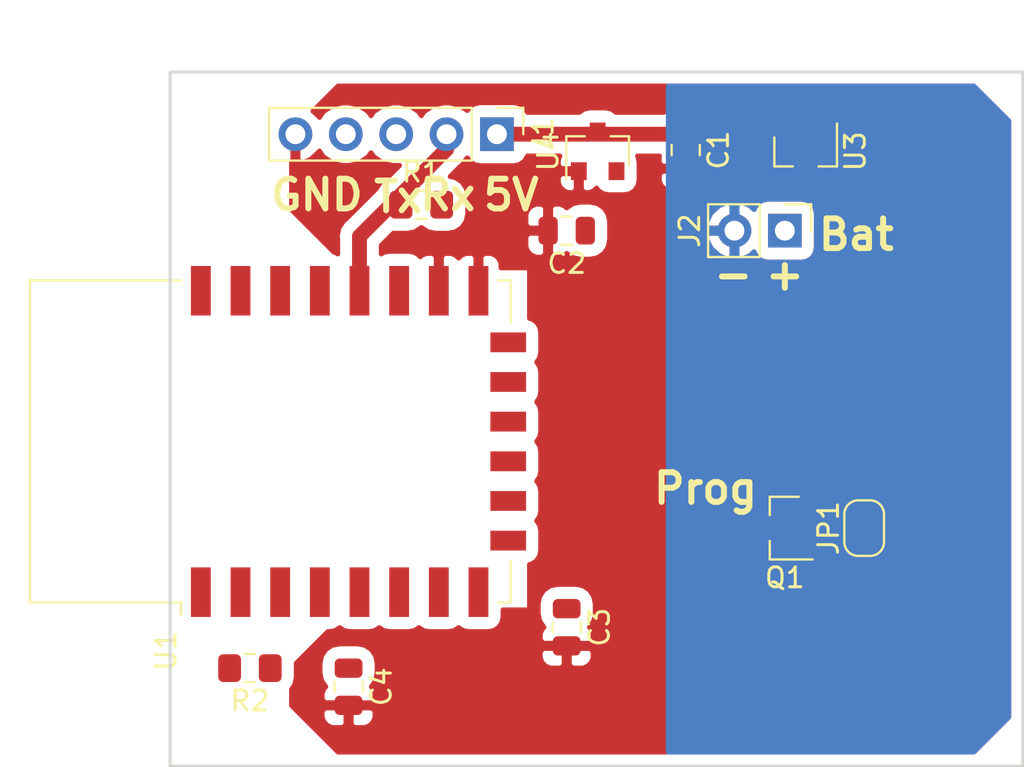
<source format=kicad_pcb>
(kicad_pcb (version 20171130) (host pcbnew 5.0.0-fee4fd1~66~ubuntu16.04.1)

  (general
    (thickness 1.6)
    (drawings 12)
    (tracks 6)
    (zones 0)
    (modules 13)
    (nets 26)
  )

  (page A4)
  (layers
    (0 F.Cu signal)
    (31 B.Cu signal)
    (32 B.Adhes user)
    (33 F.Adhes user)
    (34 B.Paste user)
    (35 F.Paste user)
    (36 B.SilkS user)
    (37 F.SilkS user)
    (38 B.Mask user)
    (39 F.Mask user)
    (40 Dwgs.User user)
    (41 Cmts.User user)
    (42 Eco1.User user)
    (43 Eco2.User user)
    (44 Edge.Cuts user)
    (45 Margin user)
    (46 B.CrtYd user)
    (47 F.CrtYd user)
    (48 B.Fab user)
    (49 F.Fab user)
  )

  (setup
    (last_trace_width 0.75)
    (trace_clearance 0.6)
    (zone_clearance 0.508)
    (zone_45_only no)
    (trace_min 0.2)
    (segment_width 0.2)
    (edge_width 0.15)
    (via_size 1)
    (via_drill 0.6)
    (via_min_size 0.4)
    (via_min_drill 0.3)
    (uvia_size 0.3)
    (uvia_drill 0.1)
    (uvias_allowed no)
    (uvia_min_size 0.2)
    (uvia_min_drill 0.1)
    (pcb_text_width 0.3)
    (pcb_text_size 1.5 1.5)
    (mod_edge_width 0.15)
    (mod_text_size 1 1)
    (mod_text_width 0.15)
    (pad_size 1.524 1.524)
    (pad_drill 0.762)
    (pad_to_mask_clearance 0.2)
    (aux_axis_origin 0 0)
    (visible_elements 7FFFFFFF)
    (pcbplotparams
      (layerselection 0x010fc_ffffffff)
      (usegerberextensions false)
      (usegerberattributes false)
      (usegerberadvancedattributes false)
      (creategerberjobfile false)
      (excludeedgelayer true)
      (linewidth 0.100000)
      (plotframeref false)
      (viasonmask false)
      (mode 1)
      (useauxorigin false)
      (hpglpennumber 1)
      (hpglpenspeed 20)
      (hpglpendiameter 15.000000)
      (psnegative false)
      (psa4output false)
      (plotreference true)
      (plotvalue true)
      (plotinvisibletext false)
      (padsonsilk false)
      (subtractmaskfromsilk false)
      (outputformat 1)
      (mirror false)
      (drillshape 1)
      (scaleselection 1)
      (outputdirectory ""))
  )

  (net 0 "")
  (net 1 "Net-(U1-Pad2)")
  (net 2 "Net-(U1-Pad4)")
  (net 3 "Net-(U1-Pad5)")
  (net 4 "Net-(U1-Pad6)")
  (net 5 "Net-(U1-Pad11)")
  (net 6 "Net-(U1-Pad13)")
  (net 7 "Net-(U1-Pad14)")
  (net 8 "Net-(U1-Pad19)")
  (net 9 "Net-(U1-Pad20)")
  (net 10 "Net-(J1-Pad2)")
  (net 11 "Net-(J1-Pad3)")
  (net 12 /5V)
  (net 13 GND)
  (net 14 /3V3)
  (net 15 "Net-(R2-Pad1)")
  (net 16 /5V_S)
  (net 17 "Net-(Q1-Pad3)")
  (net 18 /BAT)
  (net 19 "Net-(U1-Pad12)")
  (net 20 "Net-(U1-Pad10)")
  (net 21 "Net-(U1-Pad9)")
  (net 22 "Net-(U1-Pad7)")
  (net 23 "Net-(U1-Pad3)")
  (net 24 "Net-(U1-Pad1)")
  (net 25 "Net-(J1-Pad4)")

  (net_class Default "This is the default net class."
    (clearance 0.6)
    (trace_width 0.75)
    (via_dia 1)
    (via_drill 0.6)
    (uvia_dia 0.3)
    (uvia_drill 0.1)
    (add_net /3V3)
    (add_net /5V)
    (add_net /5V_S)
    (add_net /BAT)
    (add_net GND)
    (add_net "Net-(J1-Pad2)")
    (add_net "Net-(J1-Pad3)")
    (add_net "Net-(J1-Pad4)")
    (add_net "Net-(Q1-Pad3)")
    (add_net "Net-(R2-Pad1)")
    (add_net "Net-(U1-Pad1)")
    (add_net "Net-(U1-Pad10)")
    (add_net "Net-(U1-Pad11)")
    (add_net "Net-(U1-Pad12)")
    (add_net "Net-(U1-Pad13)")
    (add_net "Net-(U1-Pad14)")
    (add_net "Net-(U1-Pad19)")
    (add_net "Net-(U1-Pad2)")
    (add_net "Net-(U1-Pad20)")
    (add_net "Net-(U1-Pad3)")
    (add_net "Net-(U1-Pad4)")
    (add_net "Net-(U1-Pad5)")
    (add_net "Net-(U1-Pad6)")
    (add_net "Net-(U1-Pad7)")
    (add_net "Net-(U1-Pad9)")
  )

  (module Connector_PinHeader_2.54mm:PinHeader_1x05_P2.54mm_Vertical (layer F.Cu) (tedit 59FED5CC) (tstamp 5BA65D99)
    (at 157.48 72.136 270)
    (descr "Through hole straight pin header, 1x05, 2.54mm pitch, single row")
    (tags "Through hole pin header THT 1x05 2.54mm single row")
    (path /5B99B4CA)
    (fp_text reference J1 (at 0 -2.33 270) (layer F.SilkS)
      (effects (font (size 1 1) (thickness 0.15)))
    )
    (fp_text value Conn_01x05_Male (at 0 12.49 270) (layer F.Fab)
      (effects (font (size 1 1) (thickness 0.15)))
    )
    (fp_line (start -0.635 -1.27) (end 1.27 -1.27) (layer F.Fab) (width 0.1))
    (fp_line (start 1.27 -1.27) (end 1.27 11.43) (layer F.Fab) (width 0.1))
    (fp_line (start 1.27 11.43) (end -1.27 11.43) (layer F.Fab) (width 0.1))
    (fp_line (start -1.27 11.43) (end -1.27 -0.635) (layer F.Fab) (width 0.1))
    (fp_line (start -1.27 -0.635) (end -0.635 -1.27) (layer F.Fab) (width 0.1))
    (fp_line (start -1.33 11.49) (end 1.33 11.49) (layer F.SilkS) (width 0.12))
    (fp_line (start -1.33 1.27) (end -1.33 11.49) (layer F.SilkS) (width 0.12))
    (fp_line (start 1.33 1.27) (end 1.33 11.49) (layer F.SilkS) (width 0.12))
    (fp_line (start -1.33 1.27) (end 1.33 1.27) (layer F.SilkS) (width 0.12))
    (fp_line (start -1.33 0) (end -1.33 -1.33) (layer F.SilkS) (width 0.12))
    (fp_line (start -1.33 -1.33) (end 0 -1.33) (layer F.SilkS) (width 0.12))
    (fp_line (start -1.8 -1.8) (end -1.8 11.95) (layer F.CrtYd) (width 0.05))
    (fp_line (start -1.8 11.95) (end 1.8 11.95) (layer F.CrtYd) (width 0.05))
    (fp_line (start 1.8 11.95) (end 1.8 -1.8) (layer F.CrtYd) (width 0.05))
    (fp_line (start 1.8 -1.8) (end -1.8 -1.8) (layer F.CrtYd) (width 0.05))
    (fp_text user %R (at 0 5.08) (layer F.Fab)
      (effects (font (size 1 1) (thickness 0.15)))
    )
    (pad 1 thru_hole rect (at 0 0 270) (size 1.7 1.7) (drill 1) (layers *.Cu *.Mask)
      (net 12 /5V))
    (pad 2 thru_hole oval (at 0 2.54 270) (size 1.7 1.7) (drill 1) (layers *.Cu *.Mask)
      (net 10 "Net-(J1-Pad2)"))
    (pad 3 thru_hole oval (at 0 5.08 270) (size 1.7 1.7) (drill 1) (layers *.Cu *.Mask)
      (net 11 "Net-(J1-Pad3)"))
    (pad 4 thru_hole oval (at 0 7.62 270) (size 1.7 1.7) (drill 1) (layers *.Cu *.Mask)
      (net 25 "Net-(J1-Pad4)"))
    (pad 5 thru_hole oval (at 0 10.16 270) (size 1.7 1.7) (drill 1) (layers *.Cu *.Mask)
      (net 13 GND))
    (model ${KISYS3DMOD}/Connector_PinHeader_2.54mm.3dshapes/PinHeader_1x05_P2.54mm_Vertical.wrl
      (at (xyz 0 0 0))
      (scale (xyz 1 1 1))
      (rotate (xyz 0 0 0))
    )
  )

  (module Capacitor_SMD:C_0805_2012Metric (layer F.Cu) (tedit 5B36C52B) (tstamp 5BC9EC72)
    (at 150 100 270)
    (descr "Capacitor SMD 0805 (2012 Metric), square (rectangular) end terminal, IPC_7351 nominal, (Body size source: https://docs.google.com/spreadsheets/d/1BsfQQcO9C6DZCsRaXUlFlo91Tg2WpOkGARC1WS5S8t0/edit?usp=sharing), generated with kicad-footprint-generator")
    (tags capacitor)
    (path /5B955D36)
    (attr smd)
    (fp_text reference C4 (at 0 -1.65 270) (layer F.SilkS)
      (effects (font (size 1 1) (thickness 0.15)))
    )
    (fp_text value CAP (at 0 1.65 270) (layer F.Fab)
      (effects (font (size 1 1) (thickness 0.15)))
    )
    (fp_text user %R (at 0 0 270) (layer F.Fab)
      (effects (font (size 0.5 0.5) (thickness 0.08)))
    )
    (fp_line (start 1.68 0.95) (end -1.68 0.95) (layer F.CrtYd) (width 0.05))
    (fp_line (start 1.68 -0.95) (end 1.68 0.95) (layer F.CrtYd) (width 0.05))
    (fp_line (start -1.68 -0.95) (end 1.68 -0.95) (layer F.CrtYd) (width 0.05))
    (fp_line (start -1.68 0.95) (end -1.68 -0.95) (layer F.CrtYd) (width 0.05))
    (fp_line (start -0.258578 0.71) (end 0.258578 0.71) (layer F.SilkS) (width 0.12))
    (fp_line (start -0.258578 -0.71) (end 0.258578 -0.71) (layer F.SilkS) (width 0.12))
    (fp_line (start 1 0.6) (end -1 0.6) (layer F.Fab) (width 0.1))
    (fp_line (start 1 -0.6) (end 1 0.6) (layer F.Fab) (width 0.1))
    (fp_line (start -1 -0.6) (end 1 -0.6) (layer F.Fab) (width 0.1))
    (fp_line (start -1 0.6) (end -1 -0.6) (layer F.Fab) (width 0.1))
    (pad 2 smd roundrect (at 0.9375 0 270) (size 0.975 1.4) (layers F.Cu F.Paste F.Mask) (roundrect_rratio 0.25)
      (net 13 GND))
    (pad 1 smd roundrect (at -0.9375 0 270) (size 0.975 1.4) (layers F.Cu F.Paste F.Mask) (roundrect_rratio 0.25)
      (net 14 /3V3))
    (model ${KISYS3DMOD}/Capacitor_SMD.3dshapes/C_0805_2012Metric.wrl
      (at (xyz 0 0 0))
      (scale (xyz 1 1 1))
      (rotate (xyz 0 0 0))
    )
  )

  (module Jumper:SolderJumper-2_P1.3mm_Open_RoundedPad1.0x1.5mm (layer F.Cu) (tedit 5B391E66) (tstamp 5BC9E0F2)
    (at 176 92 90)
    (descr "SMD Solder Jumper, 1x1.5mm, rounded Pads, 0.3mm gap, open")
    (tags "solder jumper open")
    (path /5B955656)
    (attr virtual)
    (fp_text reference JP1 (at 0 -1.8 90) (layer F.SilkS)
      (effects (font (size 1 1) (thickness 0.15)))
    )
    (fp_text value Jumper (at 0 1.9 90) (layer F.Fab)
      (effects (font (size 1 1) (thickness 0.15)))
    )
    (fp_line (start 1.65 1.25) (end -1.65 1.25) (layer F.CrtYd) (width 0.05))
    (fp_line (start 1.65 1.25) (end 1.65 -1.25) (layer F.CrtYd) (width 0.05))
    (fp_line (start -1.65 -1.25) (end -1.65 1.25) (layer F.CrtYd) (width 0.05))
    (fp_line (start -1.65 -1.25) (end 1.65 -1.25) (layer F.CrtYd) (width 0.05))
    (fp_line (start -0.7 -1) (end 0.7 -1) (layer F.SilkS) (width 0.12))
    (fp_line (start 1.4 -0.3) (end 1.4 0.3) (layer F.SilkS) (width 0.12))
    (fp_line (start 0.7 1) (end -0.7 1) (layer F.SilkS) (width 0.12))
    (fp_line (start -1.4 0.3) (end -1.4 -0.3) (layer F.SilkS) (width 0.12))
    (fp_arc (start -0.7 -0.3) (end -0.7 -1) (angle -90) (layer F.SilkS) (width 0.12))
    (fp_arc (start -0.7 0.3) (end -1.4 0.3) (angle -90) (layer F.SilkS) (width 0.12))
    (fp_arc (start 0.7 0.3) (end 0.7 1) (angle -90) (layer F.SilkS) (width 0.12))
    (fp_arc (start 0.7 -0.3) (end 1.4 -0.3) (angle -90) (layer F.SilkS) (width 0.12))
    (pad 2 smd custom (at 0.65 0 90) (size 1 0.5) (layers F.Cu F.Mask)
      (net 16 /5V_S) (zone_connect 0)
      (options (clearance outline) (anchor rect))
      (primitives
        (gr_circle (center 0 0.25) (end 0.5 0.25) (width 0))
        (gr_circle (center 0 -0.25) (end 0.5 -0.25) (width 0))
        (gr_poly (pts
           (xy 0 -0.75) (xy -0.5 -0.75) (xy -0.5 0.75) (xy 0 0.75)) (width 0))
      ))
    (pad 1 smd custom (at -0.65 0 90) (size 1 0.5) (layers F.Cu F.Mask)
      (net 12 /5V) (zone_connect 0)
      (options (clearance outline) (anchor rect))
      (primitives
        (gr_circle (center 0 0.25) (end 0.5 0.25) (width 0))
        (gr_circle (center 0 -0.25) (end 0.5 -0.25) (width 0))
        (gr_poly (pts
           (xy 0 -0.75) (xy 0.5 -0.75) (xy 0.5 0.75) (xy 0 0.75)) (width 0))
      ))
  )

  (module Capacitor_SMD:C_0805_2012Metric (layer F.Cu) (tedit 5B36C52B) (tstamp 5BC9AE03)
    (at 161 97 270)
    (descr "Capacitor SMD 0805 (2012 Metric), square (rectangular) end terminal, IPC_7351 nominal, (Body size source: https://docs.google.com/spreadsheets/d/1BsfQQcO9C6DZCsRaXUlFlo91Tg2WpOkGARC1WS5S8t0/edit?usp=sharing), generated with kicad-footprint-generator")
    (tags capacitor)
    (path /5B953563)
    (attr smd)
    (fp_text reference C3 (at 0 -1.65 270) (layer F.SilkS)
      (effects (font (size 1 1) (thickness 0.15)))
    )
    (fp_text value CAP (at 0 1.65 270) (layer F.Fab)
      (effects (font (size 1 1) (thickness 0.15)))
    )
    (fp_text user %R (at 0 0 270) (layer F.Fab)
      (effects (font (size 0.5 0.5) (thickness 0.08)))
    )
    (fp_line (start 1.68 0.95) (end -1.68 0.95) (layer F.CrtYd) (width 0.05))
    (fp_line (start 1.68 -0.95) (end 1.68 0.95) (layer F.CrtYd) (width 0.05))
    (fp_line (start -1.68 -0.95) (end 1.68 -0.95) (layer F.CrtYd) (width 0.05))
    (fp_line (start -1.68 0.95) (end -1.68 -0.95) (layer F.CrtYd) (width 0.05))
    (fp_line (start -0.258578 0.71) (end 0.258578 0.71) (layer F.SilkS) (width 0.12))
    (fp_line (start -0.258578 -0.71) (end 0.258578 -0.71) (layer F.SilkS) (width 0.12))
    (fp_line (start 1 0.6) (end -1 0.6) (layer F.Fab) (width 0.1))
    (fp_line (start 1 -0.6) (end 1 0.6) (layer F.Fab) (width 0.1))
    (fp_line (start -1 -0.6) (end 1 -0.6) (layer F.Fab) (width 0.1))
    (fp_line (start -1 0.6) (end -1 -0.6) (layer F.Fab) (width 0.1))
    (pad 2 smd roundrect (at 0.9375 0 270) (size 0.975 1.4) (layers F.Cu F.Paste F.Mask) (roundrect_rratio 0.25)
      (net 13 GND))
    (pad 1 smd roundrect (at -0.9375 0 270) (size 0.975 1.4) (layers F.Cu F.Paste F.Mask) (roundrect_rratio 0.25)
      (net 14 /3V3))
    (model ${KISYS3DMOD}/Capacitor_SMD.3dshapes/C_0805_2012Metric.wrl
      (at (xyz 0 0 0))
      (scale (xyz 1 1 1))
      (rotate (xyz 0 0 0))
    )
  )

  (module Capacitor_SMD:C_0805_2012Metric (layer F.Cu) (tedit 5B36C52B) (tstamp 5BC9ADF2)
    (at 161 77 180)
    (descr "Capacitor SMD 0805 (2012 Metric), square (rectangular) end terminal, IPC_7351 nominal, (Body size source: https://docs.google.com/spreadsheets/d/1BsfQQcO9C6DZCsRaXUlFlo91Tg2WpOkGARC1WS5S8t0/edit?usp=sharing), generated with kicad-footprint-generator")
    (tags capacitor)
    (path /5B9534FD)
    (attr smd)
    (fp_text reference C2 (at 0 -1.65 180) (layer F.SilkS)
      (effects (font (size 1 1) (thickness 0.15)))
    )
    (fp_text value CAP (at 0 1.65 180) (layer F.Fab)
      (effects (font (size 1 1) (thickness 0.15)))
    )
    (fp_text user %R (at 0 0 180) (layer F.Fab)
      (effects (font (size 0.5 0.5) (thickness 0.08)))
    )
    (fp_line (start 1.68 0.95) (end -1.68 0.95) (layer F.CrtYd) (width 0.05))
    (fp_line (start 1.68 -0.95) (end 1.68 0.95) (layer F.CrtYd) (width 0.05))
    (fp_line (start -1.68 -0.95) (end 1.68 -0.95) (layer F.CrtYd) (width 0.05))
    (fp_line (start -1.68 0.95) (end -1.68 -0.95) (layer F.CrtYd) (width 0.05))
    (fp_line (start -0.258578 0.71) (end 0.258578 0.71) (layer F.SilkS) (width 0.12))
    (fp_line (start -0.258578 -0.71) (end 0.258578 -0.71) (layer F.SilkS) (width 0.12))
    (fp_line (start 1 0.6) (end -1 0.6) (layer F.Fab) (width 0.1))
    (fp_line (start 1 -0.6) (end 1 0.6) (layer F.Fab) (width 0.1))
    (fp_line (start -1 -0.6) (end 1 -0.6) (layer F.Fab) (width 0.1))
    (fp_line (start -1 0.6) (end -1 -0.6) (layer F.Fab) (width 0.1))
    (pad 2 smd roundrect (at 0.9375 0 180) (size 0.975 1.4) (layers F.Cu F.Paste F.Mask) (roundrect_rratio 0.25)
      (net 13 GND))
    (pad 1 smd roundrect (at -0.9375 0 180) (size 0.975 1.4) (layers F.Cu F.Paste F.Mask) (roundrect_rratio 0.25)
      (net 14 /3V3))
    (model ${KISYS3DMOD}/Capacitor_SMD.3dshapes/C_0805_2012Metric.wrl
      (at (xyz 0 0 0))
      (scale (xyz 1 1 1))
      (rotate (xyz 0 0 0))
    )
  )

  (module Capacitor_SMD:C_0805_2012Metric (layer F.Cu) (tedit 5B36C52B) (tstamp 5BC9B590)
    (at 167 72.9375 270)
    (descr "Capacitor SMD 0805 (2012 Metric), square (rectangular) end terminal, IPC_7351 nominal, (Body size source: https://docs.google.com/spreadsheets/d/1BsfQQcO9C6DZCsRaXUlFlo91Tg2WpOkGARC1WS5S8t0/edit?usp=sharing), generated with kicad-footprint-generator")
    (tags capacitor)
    (path /5B95346E)
    (attr smd)
    (fp_text reference C1 (at 0 -1.65 270) (layer F.SilkS)
      (effects (font (size 1 1) (thickness 0.15)))
    )
    (fp_text value CAP (at 0 1.65 270) (layer F.Fab)
      (effects (font (size 1 1) (thickness 0.15)))
    )
    (fp_text user %R (at 0 0 270) (layer F.Fab)
      (effects (font (size 0.5 0.5) (thickness 0.08)))
    )
    (fp_line (start 1.68 0.95) (end -1.68 0.95) (layer F.CrtYd) (width 0.05))
    (fp_line (start 1.68 -0.95) (end 1.68 0.95) (layer F.CrtYd) (width 0.05))
    (fp_line (start -1.68 -0.95) (end 1.68 -0.95) (layer F.CrtYd) (width 0.05))
    (fp_line (start -1.68 0.95) (end -1.68 -0.95) (layer F.CrtYd) (width 0.05))
    (fp_line (start -0.258578 0.71) (end 0.258578 0.71) (layer F.SilkS) (width 0.12))
    (fp_line (start -0.258578 -0.71) (end 0.258578 -0.71) (layer F.SilkS) (width 0.12))
    (fp_line (start 1 0.6) (end -1 0.6) (layer F.Fab) (width 0.1))
    (fp_line (start 1 -0.6) (end 1 0.6) (layer F.Fab) (width 0.1))
    (fp_line (start -1 -0.6) (end 1 -0.6) (layer F.Fab) (width 0.1))
    (fp_line (start -1 0.6) (end -1 -0.6) (layer F.Fab) (width 0.1))
    (pad 2 smd roundrect (at 0.9375 0 270) (size 0.975 1.4) (layers F.Cu F.Paste F.Mask) (roundrect_rratio 0.25)
      (net 13 GND))
    (pad 1 smd roundrect (at -0.9375 0 270) (size 0.975 1.4) (layers F.Cu F.Paste F.Mask) (roundrect_rratio 0.25)
      (net 12 /5V))
    (model ${KISYS3DMOD}/Capacitor_SMD.3dshapes/C_0805_2012Metric.wrl
      (at (xyz 0 0 0))
      (scale (xyz 1 1 1))
      (rotate (xyz 0 0 0))
    )
  )

  (module Package_TO_SOT_SMD:SOT-23 (layer F.Cu) (tedit 5A02FF57) (tstamp 5BC98DF9)
    (at 162.56 73 90)
    (descr "SOT-23, Standard")
    (tags SOT-23)
    (path /5B94E5C5)
    (attr smd)
    (fp_text reference U4 (at 0 -2.5 90) (layer F.SilkS)
      (effects (font (size 1 1) (thickness 0.15)))
    )
    (fp_text value AMS1117-3.3 (at 0 2.5 90) (layer F.Fab)
      (effects (font (size 1 1) (thickness 0.15)))
    )
    (fp_line (start 0.76 1.58) (end -0.7 1.58) (layer F.SilkS) (width 0.12))
    (fp_line (start 0.76 -1.58) (end -1.4 -1.58) (layer F.SilkS) (width 0.12))
    (fp_line (start -1.7 1.75) (end -1.7 -1.75) (layer F.CrtYd) (width 0.05))
    (fp_line (start 1.7 1.75) (end -1.7 1.75) (layer F.CrtYd) (width 0.05))
    (fp_line (start 1.7 -1.75) (end 1.7 1.75) (layer F.CrtYd) (width 0.05))
    (fp_line (start -1.7 -1.75) (end 1.7 -1.75) (layer F.CrtYd) (width 0.05))
    (fp_line (start 0.76 -1.58) (end 0.76 -0.65) (layer F.SilkS) (width 0.12))
    (fp_line (start 0.76 1.58) (end 0.76 0.65) (layer F.SilkS) (width 0.12))
    (fp_line (start -0.7 1.52) (end 0.7 1.52) (layer F.Fab) (width 0.1))
    (fp_line (start 0.7 -1.52) (end 0.7 1.52) (layer F.Fab) (width 0.1))
    (fp_line (start -0.7 -0.95) (end -0.15 -1.52) (layer F.Fab) (width 0.1))
    (fp_line (start -0.15 -1.52) (end 0.7 -1.52) (layer F.Fab) (width 0.1))
    (fp_line (start -0.7 -0.95) (end -0.7 1.5) (layer F.Fab) (width 0.1))
    (fp_text user %R (at 0 0 180) (layer F.Fab)
      (effects (font (size 0.5 0.5) (thickness 0.075)))
    )
    (pad 3 smd rect (at 1 0 90) (size 0.9 0.8) (layers F.Cu F.Paste F.Mask)
      (net 12 /5V))
    (pad 2 smd rect (at -1 0.95 90) (size 0.9 0.8) (layers F.Cu F.Paste F.Mask)
      (net 14 /3V3))
    (pad 1 smd rect (at -1 -0.95 90) (size 0.9 0.8) (layers F.Cu F.Paste F.Mask)
      (net 13 GND))
    (model ${KISYS3DMOD}/Package_TO_SOT_SMD.3dshapes/SOT-23.wrl
      (at (xyz 0 0 0))
      (scale (xyz 1 1 1))
      (rotate (xyz 0 0 0))
    )
  )

  (module Package_TO_SOT_SMD:SOT-23 (layer F.Cu) (tedit 5A02FF57) (tstamp 5BC98DE5)
    (at 173.05 73 270)
    (descr "SOT-23, Standard")
    (tags SOT-23)
    (path /5B9532C8)
    (attr smd)
    (fp_text reference U3 (at 0 -2.5 270) (layer F.SilkS)
      (effects (font (size 1 1) (thickness 0.15)))
    )
    (fp_text value AMS1117-3.3 (at 0 2.5 270) (layer F.Fab)
      (effects (font (size 1 1) (thickness 0.15)))
    )
    (fp_line (start 0.76 1.58) (end -0.7 1.58) (layer F.SilkS) (width 0.12))
    (fp_line (start 0.76 -1.58) (end -1.4 -1.58) (layer F.SilkS) (width 0.12))
    (fp_line (start -1.7 1.75) (end -1.7 -1.75) (layer F.CrtYd) (width 0.05))
    (fp_line (start 1.7 1.75) (end -1.7 1.75) (layer F.CrtYd) (width 0.05))
    (fp_line (start 1.7 -1.75) (end 1.7 1.75) (layer F.CrtYd) (width 0.05))
    (fp_line (start -1.7 -1.75) (end 1.7 -1.75) (layer F.CrtYd) (width 0.05))
    (fp_line (start 0.76 -1.58) (end 0.76 -0.65) (layer F.SilkS) (width 0.12))
    (fp_line (start 0.76 1.58) (end 0.76 0.65) (layer F.SilkS) (width 0.12))
    (fp_line (start -0.7 1.52) (end 0.7 1.52) (layer F.Fab) (width 0.1))
    (fp_line (start 0.7 -1.52) (end 0.7 1.52) (layer F.Fab) (width 0.1))
    (fp_line (start -0.7 -0.95) (end -0.15 -1.52) (layer F.Fab) (width 0.1))
    (fp_line (start -0.15 -1.52) (end 0.7 -1.52) (layer F.Fab) (width 0.1))
    (fp_line (start -0.7 -0.95) (end -0.7 1.5) (layer F.Fab) (width 0.1))
    (fp_text user %R (at 0 0) (layer F.Fab)
      (effects (font (size 0.5 0.5) (thickness 0.075)))
    )
    (pad 3 smd rect (at 1 0 270) (size 0.9 0.8) (layers F.Cu F.Paste F.Mask)
      (net 18 /BAT))
    (pad 2 smd rect (at -1 0.95 270) (size 0.9 0.8) (layers F.Cu F.Paste F.Mask)
      (net 12 /5V))
    (pad 1 smd rect (at -1 -0.95 270) (size 0.9 0.8) (layers F.Cu F.Paste F.Mask)
      (net 13 GND))
    (model ${KISYS3DMOD}/Package_TO_SOT_SMD.3dshapes/SOT-23.wrl
      (at (xyz 0 0 0))
      (scale (xyz 1 1 1))
      (rotate (xyz 0 0 0))
    )
  )

  (module Package_TO_SOT_SMD:SOT-23 (layer F.Cu) (tedit 5A02FF57) (tstamp 5BC98DD1)
    (at 172 92 180)
    (descr "SOT-23, Standard")
    (tags SOT-23)
    (path /5B95111F)
    (attr smd)
    (fp_text reference Q1 (at 0 -2.5 180) (layer F.SilkS)
      (effects (font (size 1 1) (thickness 0.15)))
    )
    (fp_text value Q_NMOS_DSG (at 0 2.5 180) (layer F.Fab)
      (effects (font (size 1 1) (thickness 0.15)))
    )
    (fp_line (start 0.76 1.58) (end -0.7 1.58) (layer F.SilkS) (width 0.12))
    (fp_line (start 0.76 -1.58) (end -1.4 -1.58) (layer F.SilkS) (width 0.12))
    (fp_line (start -1.7 1.75) (end -1.7 -1.75) (layer F.CrtYd) (width 0.05))
    (fp_line (start 1.7 1.75) (end -1.7 1.75) (layer F.CrtYd) (width 0.05))
    (fp_line (start 1.7 -1.75) (end 1.7 1.75) (layer F.CrtYd) (width 0.05))
    (fp_line (start -1.7 -1.75) (end 1.7 -1.75) (layer F.CrtYd) (width 0.05))
    (fp_line (start 0.76 -1.58) (end 0.76 -0.65) (layer F.SilkS) (width 0.12))
    (fp_line (start 0.76 1.58) (end 0.76 0.65) (layer F.SilkS) (width 0.12))
    (fp_line (start -0.7 1.52) (end 0.7 1.52) (layer F.Fab) (width 0.1))
    (fp_line (start 0.7 -1.52) (end 0.7 1.52) (layer F.Fab) (width 0.1))
    (fp_line (start -0.7 -0.95) (end -0.15 -1.52) (layer F.Fab) (width 0.1))
    (fp_line (start -0.15 -1.52) (end 0.7 -1.52) (layer F.Fab) (width 0.1))
    (fp_line (start -0.7 -0.95) (end -0.7 1.5) (layer F.Fab) (width 0.1))
    (fp_text user %R (at 0 0 270) (layer F.Fab)
      (effects (font (size 0.5 0.5) (thickness 0.075)))
    )
    (pad 3 smd rect (at 1 0 180) (size 0.9 0.8) (layers F.Cu F.Paste F.Mask)
      (net 17 "Net-(Q1-Pad3)"))
    (pad 2 smd rect (at -1 0.95 180) (size 0.9 0.8) (layers F.Cu F.Paste F.Mask)
      (net 16 /5V_S))
    (pad 1 smd rect (at -1 -0.95 180) (size 0.9 0.8) (layers F.Cu F.Paste F.Mask)
      (net 12 /5V))
    (model ${KISYS3DMOD}/Package_TO_SOT_SMD.3dshapes/SOT-23.wrl
      (at (xyz 0 0 0))
      (scale (xyz 1 1 1))
      (rotate (xyz 0 0 0))
    )
  )

  (module RF_Module:ESP-12E (layer F.Cu) (tedit 5A030172) (tstamp 5BA114AF)
    (at 146.05 87.63 90)
    (descr "Wi-Fi Module, http://wiki.ai-thinker.com/_media/esp8266/docs/aithinker_esp_12f_datasheet_en.pdf")
    (tags "Wi-Fi Module")
    (path /5B99B295)
    (attr smd)
    (fp_text reference U1 (at -10.56 -5.26 90) (layer F.SilkS)
      (effects (font (size 1 1) (thickness 0.15)))
    )
    (fp_text value ESP-12F (at -0.06 -12.78 90) (layer F.Fab)
      (effects (font (size 1 1) (thickness 0.15)))
    )
    (fp_line (start 5.56 -4.8) (end 8.12 -7.36) (layer Dwgs.User) (width 0.12))
    (fp_line (start 2.56 -4.8) (end 8.12 -10.36) (layer Dwgs.User) (width 0.12))
    (fp_line (start -0.44 -4.8) (end 6.88 -12.12) (layer Dwgs.User) (width 0.12))
    (fp_line (start -3.44 -4.8) (end 3.88 -12.12) (layer Dwgs.User) (width 0.12))
    (fp_line (start -6.44 -4.8) (end 0.88 -12.12) (layer Dwgs.User) (width 0.12))
    (fp_line (start -8.12 -6.12) (end -2.12 -12.12) (layer Dwgs.User) (width 0.12))
    (fp_line (start -8.12 -9.12) (end -5.12 -12.12) (layer Dwgs.User) (width 0.12))
    (fp_line (start -8.12 -4.8) (end -8.12 -12.12) (layer Dwgs.User) (width 0.12))
    (fp_line (start 8.12 -4.8) (end -8.12 -4.8) (layer Dwgs.User) (width 0.12))
    (fp_line (start 8.12 -12.12) (end 8.12 -4.8) (layer Dwgs.User) (width 0.12))
    (fp_line (start -8.12 -12.12) (end 8.12 -12.12) (layer Dwgs.User) (width 0.12))
    (fp_line (start -8.12 -4.5) (end -8.73 -4.5) (layer F.SilkS) (width 0.12))
    (fp_line (start -8.12 -4.5) (end -8.12 -12.12) (layer F.SilkS) (width 0.12))
    (fp_line (start -8.12 12.12) (end -8.12 11.5) (layer F.SilkS) (width 0.12))
    (fp_line (start -6 12.12) (end -8.12 12.12) (layer F.SilkS) (width 0.12))
    (fp_line (start 8.12 12.12) (end 6 12.12) (layer F.SilkS) (width 0.12))
    (fp_line (start 8.12 11.5) (end 8.12 12.12) (layer F.SilkS) (width 0.12))
    (fp_line (start 8.12 -12.12) (end 8.12 -4.5) (layer F.SilkS) (width 0.12))
    (fp_line (start -8.12 -12.12) (end 8.12 -12.12) (layer F.SilkS) (width 0.12))
    (fp_line (start -9.05 13.1) (end -9.05 -12.2) (layer F.CrtYd) (width 0.05))
    (fp_line (start 9.05 13.1) (end -9.05 13.1) (layer F.CrtYd) (width 0.05))
    (fp_line (start 9.05 -12.2) (end 9.05 13.1) (layer F.CrtYd) (width 0.05))
    (fp_line (start -9.05 -12.2) (end 9.05 -12.2) (layer F.CrtYd) (width 0.05))
    (fp_line (start -8 -4) (end -8 -12) (layer F.Fab) (width 0.12))
    (fp_line (start -7.5 -3.5) (end -8 -4) (layer F.Fab) (width 0.12))
    (fp_line (start -8 -3) (end -7.5 -3.5) (layer F.Fab) (width 0.12))
    (fp_line (start -8 12) (end -8 -3) (layer F.Fab) (width 0.12))
    (fp_line (start 8 12) (end -8 12) (layer F.Fab) (width 0.12))
    (fp_line (start 8 -12) (end 8 12) (layer F.Fab) (width 0.12))
    (fp_line (start -8 -12) (end 8 -12) (layer F.Fab) (width 0.12))
    (fp_text user %R (at 0.49 -0.8 90) (layer F.Fab)
      (effects (font (size 1 1) (thickness 0.15)))
    )
    (fp_text user "KEEP-OUT ZONE" (at 0.03 -9.55 270) (layer Cmts.User)
      (effects (font (size 1 1) (thickness 0.15)))
    )
    (fp_text user Antenna (at -0.06 -7 270) (layer Cmts.User)
      (effects (font (size 1 1) (thickness 0.15)))
    )
    (pad 22 smd rect (at 7.6 -3.5 90) (size 2.5 1) (layers F.Cu F.Paste F.Mask)
      (net 25 "Net-(J1-Pad4)"))
    (pad 21 smd rect (at 7.6 -1.5 90) (size 2.5 1) (layers F.Cu F.Paste F.Mask)
      (net 11 "Net-(J1-Pad3)"))
    (pad 20 smd rect (at 7.6 0.5 90) (size 2.5 1) (layers F.Cu F.Paste F.Mask)
      (net 9 "Net-(U1-Pad20)"))
    (pad 19 smd rect (at 7.6 2.5 90) (size 2.5 1) (layers F.Cu F.Paste F.Mask)
      (net 8 "Net-(U1-Pad19)"))
    (pad 18 smd rect (at 7.6 4.5 90) (size 2.5 1) (layers F.Cu F.Paste F.Mask)
      (net 10 "Net-(J1-Pad2)"))
    (pad 17 smd rect (at 7.6 6.5 90) (size 2.5 1) (layers F.Cu F.Paste F.Mask)
      (net 14 /3V3))
    (pad 16 smd rect (at 7.6 8.5 90) (size 2.5 1) (layers F.Cu F.Paste F.Mask)
      (net 13 GND))
    (pad 15 smd rect (at 7.6 10.5 90) (size 2.5 1) (layers F.Cu F.Paste F.Mask)
      (net 13 GND))
    (pad 14 smd rect (at 5 12 90) (size 1 1.8) (layers F.Cu F.Paste F.Mask)
      (net 7 "Net-(U1-Pad14)"))
    (pad 13 smd rect (at 3 12 90) (size 1 1.8) (layers F.Cu F.Paste F.Mask)
      (net 6 "Net-(U1-Pad13)"))
    (pad 12 smd rect (at 1 12 90) (size 1 1.8) (layers F.Cu F.Paste F.Mask)
      (net 19 "Net-(U1-Pad12)"))
    (pad 11 smd rect (at -1 12 90) (size 1 1.8) (layers F.Cu F.Paste F.Mask)
      (net 5 "Net-(U1-Pad11)"))
    (pad 10 smd rect (at -3 12 90) (size 1 1.8) (layers F.Cu F.Paste F.Mask)
      (net 20 "Net-(U1-Pad10)"))
    (pad 9 smd rect (at -5 12 90) (size 1 1.8) (layers F.Cu F.Paste F.Mask)
      (net 21 "Net-(U1-Pad9)"))
    (pad 8 smd rect (at -7.6 10.5 90) (size 2.5 1) (layers F.Cu F.Paste F.Mask)
      (net 14 /3V3))
    (pad 7 smd rect (at -7.6 8.5 90) (size 2.5 1) (layers F.Cu F.Paste F.Mask)
      (net 22 "Net-(U1-Pad7)"))
    (pad 6 smd rect (at -7.6 6.5 90) (size 2.5 1) (layers F.Cu F.Paste F.Mask)
      (net 4 "Net-(U1-Pad6)"))
    (pad 5 smd rect (at -7.6 4.5 90) (size 2.5 1) (layers F.Cu F.Paste F.Mask)
      (net 3 "Net-(U1-Pad5)"))
    (pad 4 smd rect (at -7.6 2.5 90) (size 2.5 1) (layers F.Cu F.Paste F.Mask)
      (net 2 "Net-(U1-Pad4)"))
    (pad 3 smd rect (at -7.6 0.5 90) (size 2.5 1) (layers F.Cu F.Paste F.Mask)
      (net 23 "Net-(U1-Pad3)"))
    (pad 2 smd rect (at -7.6 -1.5 90) (size 2.5 1) (layers F.Cu F.Paste F.Mask)
      (net 1 "Net-(U1-Pad2)"))
    (pad 1 smd rect (at -7.6 -3.5 90) (size 2.5 1) (layers F.Cu F.Paste F.Mask)
      (net 24 "Net-(U1-Pad1)"))
    (model ${KISYS3DMOD}/RF_Module.3dshapes/ESP-12E.wrl
      (at (xyz 0 0 0))
      (scale (xyz 1 1 1))
      (rotate (xyz 0 0 0))
    )
  )

  (module Connector_PinHeader_2.54mm:PinHeader_1x02_P2.54mm_Vertical (layer F.Cu) (tedit 59FED5CC) (tstamp 5BA1EA76)
    (at 172 77 270)
    (descr "Through hole straight pin header, 1x02, 2.54mm pitch, single row")
    (tags "Through hole pin header THT 1x02 2.54mm single row")
    (path /5B94DC1E)
    (fp_text reference J2 (at 0 4.8 270) (layer F.SilkS)
      (effects (font (size 1 1) (thickness 0.15)))
    )
    (fp_text value Conn_01x02_Male (at 0 4.87 270) (layer F.Fab)
      (effects (font (size 1 1) (thickness 0.15)))
    )
    (fp_text user %R (at 0 1.27) (layer F.Fab)
      (effects (font (size 1 1) (thickness 0.15)))
    )
    (fp_line (start 1.8 -1.8) (end -1.8 -1.8) (layer F.CrtYd) (width 0.05))
    (fp_line (start 1.8 4.35) (end 1.8 -1.8) (layer F.CrtYd) (width 0.05))
    (fp_line (start -1.8 4.35) (end 1.8 4.35) (layer F.CrtYd) (width 0.05))
    (fp_line (start -1.8 -1.8) (end -1.8 4.35) (layer F.CrtYd) (width 0.05))
    (fp_line (start -1.33 -1.33) (end 0 -1.33) (layer F.SilkS) (width 0.12))
    (fp_line (start -1.33 0) (end -1.33 -1.33) (layer F.SilkS) (width 0.12))
    (fp_line (start -1.33 1.27) (end 1.33 1.27) (layer F.SilkS) (width 0.12))
    (fp_line (start 1.33 1.27) (end 1.33 3.87) (layer F.SilkS) (width 0.12))
    (fp_line (start -1.33 1.27) (end -1.33 3.87) (layer F.SilkS) (width 0.12))
    (fp_line (start -1.33 3.87) (end 1.33 3.87) (layer F.SilkS) (width 0.12))
    (fp_line (start -1.27 -0.635) (end -0.635 -1.27) (layer F.Fab) (width 0.1))
    (fp_line (start -1.27 3.81) (end -1.27 -0.635) (layer F.Fab) (width 0.1))
    (fp_line (start 1.27 3.81) (end -1.27 3.81) (layer F.Fab) (width 0.1))
    (fp_line (start 1.27 -1.27) (end 1.27 3.81) (layer F.Fab) (width 0.1))
    (fp_line (start -0.635 -1.27) (end 1.27 -1.27) (layer F.Fab) (width 0.1))
    (pad 2 thru_hole oval (at 0 2.54 270) (size 1.7 1.7) (drill 1) (layers *.Cu *.Mask)
      (net 13 GND))
    (pad 1 thru_hole rect (at 0 0 270) (size 1.7 1.7) (drill 1) (layers *.Cu *.Mask)
      (net 18 /BAT))
    (model ${KISYS3DMOD}/Connector_PinHeader_2.54mm.3dshapes/PinHeader_1x02_P2.54mm_Vertical.wrl
      (at (xyz 0 0 0))
      (scale (xyz 1 1 1))
      (rotate (xyz 0 0 0))
    )
  )

  (module Resistor_SMD:R_0805_2012Metric_Pad1.15x1.40mm_HandSolder (layer F.Cu) (tedit 5B36C52B) (tstamp 5BAE2B80)
    (at 153.67 75.692)
    (descr "Resistor SMD 0805 (2012 Metric), square (rectangular) end terminal, IPC_7351 nominal with elongated pad for handsoldering. (Body size source: https://docs.google.com/spreadsheets/d/1BsfQQcO9C6DZCsRaXUlFlo91Tg2WpOkGARC1WS5S8t0/edit?usp=sharing), generated with kicad-footprint-generator")
    (tags "resistor handsolder")
    (path /5B94F7B6)
    (attr smd)
    (fp_text reference R1 (at 0 -1.65) (layer F.SilkS)
      (effects (font (size 1 1) (thickness 0.15)))
    )
    (fp_text value 2K2 (at 0 1.65) (layer F.Fab)
      (effects (font (size 1 1) (thickness 0.15)))
    )
    (fp_text user %R (at 0 0) (layer F.Fab)
      (effects (font (size 0.5 0.5) (thickness 0.08)))
    )
    (fp_line (start 1.85 0.95) (end -1.85 0.95) (layer F.CrtYd) (width 0.05))
    (fp_line (start 1.85 -0.95) (end 1.85 0.95) (layer F.CrtYd) (width 0.05))
    (fp_line (start -1.85 -0.95) (end 1.85 -0.95) (layer F.CrtYd) (width 0.05))
    (fp_line (start -1.85 0.95) (end -1.85 -0.95) (layer F.CrtYd) (width 0.05))
    (fp_line (start -0.261252 0.71) (end 0.261252 0.71) (layer F.SilkS) (width 0.12))
    (fp_line (start -0.261252 -0.71) (end 0.261252 -0.71) (layer F.SilkS) (width 0.12))
    (fp_line (start 1 0.6) (end -1 0.6) (layer F.Fab) (width 0.1))
    (fp_line (start 1 -0.6) (end 1 0.6) (layer F.Fab) (width 0.1))
    (fp_line (start -1 -0.6) (end 1 -0.6) (layer F.Fab) (width 0.1))
    (fp_line (start -1 0.6) (end -1 -0.6) (layer F.Fab) (width 0.1))
    (pad 2 smd roundrect (at 1.025 0) (size 1.15 1.4) (layers F.Cu F.Paste F.Mask) (roundrect_rratio 0.217391)
      (net 14 /3V3))
    (pad 1 smd roundrect (at -1.025 0) (size 1.15 1.4) (layers F.Cu F.Paste F.Mask) (roundrect_rratio 0.217391)
      (net 10 "Net-(J1-Pad2)"))
    (model ${KISYS3DMOD}/Resistor_SMD.3dshapes/R_0805_2012Metric.wrl
      (at (xyz 0 0 0))
      (scale (xyz 1 1 1))
      (rotate (xyz 0 0 0))
    )
  )

  (module Resistor_SMD:R_0805_2012Metric_Pad1.15x1.40mm_HandSolder (layer F.Cu) (tedit 5B36C52B) (tstamp 5BAE2B91)
    (at 145.025 99.06 180)
    (descr "Resistor SMD 0805 (2012 Metric), square (rectangular) end terminal, IPC_7351 nominal with elongated pad for handsoldering. (Body size source: https://docs.google.com/spreadsheets/d/1BsfQQcO9C6DZCsRaXUlFlo91Tg2WpOkGARC1WS5S8t0/edit?usp=sharing), generated with kicad-footprint-generator")
    (tags "resistor handsolder")
    (path /5B94FAFA)
    (attr smd)
    (fp_text reference R2 (at 0 -1.65 180) (layer F.SilkS)
      (effects (font (size 1 1) (thickness 0.15)))
    )
    (fp_text value 2K2 (at 0 1.65 180) (layer F.Fab)
      (effects (font (size 1 1) (thickness 0.15)))
    )
    (fp_text user %R (at 0 0 180) (layer F.Fab)
      (effects (font (size 0.5 0.5) (thickness 0.08)))
    )
    (fp_line (start 1.85 0.95) (end -1.85 0.95) (layer F.CrtYd) (width 0.05))
    (fp_line (start 1.85 -0.95) (end 1.85 0.95) (layer F.CrtYd) (width 0.05))
    (fp_line (start -1.85 -0.95) (end 1.85 -0.95) (layer F.CrtYd) (width 0.05))
    (fp_line (start -1.85 0.95) (end -1.85 -0.95) (layer F.CrtYd) (width 0.05))
    (fp_line (start -0.261252 0.71) (end 0.261252 0.71) (layer F.SilkS) (width 0.12))
    (fp_line (start -0.261252 -0.71) (end 0.261252 -0.71) (layer F.SilkS) (width 0.12))
    (fp_line (start 1 0.6) (end -1 0.6) (layer F.Fab) (width 0.1))
    (fp_line (start 1 -0.6) (end 1 0.6) (layer F.Fab) (width 0.1))
    (fp_line (start -1 -0.6) (end 1 -0.6) (layer F.Fab) (width 0.1))
    (fp_line (start -1 0.6) (end -1 -0.6) (layer F.Fab) (width 0.1))
    (pad 2 smd roundrect (at 1.025 0 180) (size 1.15 1.4) (layers F.Cu F.Paste F.Mask) (roundrect_rratio 0.217391)
      (net 14 /3V3))
    (pad 1 smd roundrect (at -1.025 0 180) (size 1.15 1.4) (layers F.Cu F.Paste F.Mask) (roundrect_rratio 0.217391)
      (net 15 "Net-(R2-Pad1)"))
    (model ${KISYS3DMOD}/Resistor_SMD.3dshapes/R_0805_2012Metric.wrl
      (at (xyz 0 0 0))
      (scale (xyz 1 1 1))
      (rotate (xyz 0 0 0))
    )
  )

  (gr_text Bat (at 175.6 77.2) (layer F.SilkS)
    (effects (font (size 1.5 1.5) (thickness 0.3)))
  )
  (gr_text + (at 172 79.2) (layer F.SilkS)
    (effects (font (size 1.5 1.5) (thickness 0.3)))
  )
  (gr_text - (at 169.4 79.2) (layer F.SilkS)
    (effects (font (size 1.5 1.5) (thickness 0.3)))
  )
  (gr_text "Rx\n" (at 155 75.2) (layer F.SilkS) (tstamp 5B95278B)
    (effects (font (size 1.5 1.5) (thickness 0.3)))
  )
  (gr_text "Tx\n\n" (at 152.5 76.5) (layer F.SilkS)
    (effects (font (size 1.5 1.5) (thickness 0.3)))
  )
  (gr_text "5V\n" (at 158.2 75.2) (layer F.SilkS)
    (effects (font (size 1.5 1.5) (thickness 0.3)))
  )
  (gr_text "GND\n" (at 148.4 75.2) (layer F.SilkS)
    (effects (font (size 1.5 1.5) (thickness 0.3)))
  )
  (gr_text "Prog\n" (at 168 90) (layer F.SilkS)
    (effects (font (size 1.5 1.5) (thickness 0.3)))
  )
  (gr_line (start 141 104) (end 184 104) (layer Edge.Cuts) (width 0.15))
  (gr_line (start 141 69) (end 141 104) (layer Edge.Cuts) (width 0.15))
  (gr_line (start 184 69) (end 141 69) (layer Edge.Cuts) (width 0.15))
  (gr_line (start 184 104) (end 184 69) (layer Edge.Cuts) (width 0.15))

  (segment (start 150.55 80.03) (end 150.55 77.288) (width 0.75) (layer F.Cu) (net 10))
  (segment (start 150.55 77.288) (end 154.090001 73.747999) (width 0.75) (layer F.Cu) (net 10))
  (segment (start 154.94 72.898) (end 152.4 75.438) (width 0.75) (layer F.Cu) (net 10))
  (segment (start 154.94 72.136) (end 154.94 72.898) (width 0.75) (layer F.Cu) (net 10))
  (segment (start 171.964 72.136) (end 172.1 72) (width 0.75) (layer F.Cu) (net 12))
  (segment (start 157.48 72.136) (end 171.964 72.136) (width 0.75) (layer F.Cu) (net 12))

  (zone (net 13) (net_name GND) (layer B.Cu) (tstamp 0) (hatch edge 0.508)
    (connect_pads (clearance 0.508))
    (min_thickness 0.254)
    (fill yes (arc_segments 16) (thermal_gap 0.508) (thermal_bridge_width 0.508))
    (polygon
      (pts
        (xy 181 69) (xy 166 69) (xy 166 104) (xy 181 104) (xy 184 101)
        (xy 184 72)
      )
    )
    (filled_polygon
      (pts
        (xy 183.290001 71.469607) (xy 183.29 101.530394) (xy 181.530394 103.29) (xy 166.127 103.29) (xy 166.127 77.356892)
        (xy 168.018514 77.356892) (xy 168.264817 77.881358) (xy 168.693076 78.271645) (xy 169.10311 78.441476) (xy 169.333 78.320155)
        (xy 169.333 77.127) (xy 168.139181 77.127) (xy 168.018514 77.356892) (xy 166.127 77.356892) (xy 166.127 76.643108)
        (xy 168.018514 76.643108) (xy 168.139181 76.873) (xy 169.333 76.873) (xy 169.333 75.679845) (xy 169.587 75.679845)
        (xy 169.587 76.873) (xy 169.607 76.873) (xy 169.607 77.127) (xy 169.587 77.127) (xy 169.587 78.320155)
        (xy 169.81689 78.441476) (xy 170.226924 78.271645) (xy 170.451854 78.066658) (xy 170.465182 78.133661) (xy 170.625863 78.374137)
        (xy 170.866339 78.534818) (xy 171.15 78.591242) (xy 172.85 78.591242) (xy 173.133661 78.534818) (xy 173.374137 78.374137)
        (xy 173.534818 78.133661) (xy 173.591242 77.85) (xy 173.591242 76.15) (xy 173.534818 75.866339) (xy 173.374137 75.625863)
        (xy 173.133661 75.465182) (xy 172.85 75.408758) (xy 171.15 75.408758) (xy 170.866339 75.465182) (xy 170.625863 75.625863)
        (xy 170.465182 75.866339) (xy 170.451854 75.933342) (xy 170.226924 75.728355) (xy 169.81689 75.558524) (xy 169.587 75.679845)
        (xy 169.333 75.679845) (xy 169.10311 75.558524) (xy 168.693076 75.728355) (xy 168.264817 76.118642) (xy 168.018514 76.643108)
        (xy 166.127 76.643108) (xy 166.127 69.71) (xy 181.530394 69.71)
      )
    )
  )
  (zone (net 13) (net_name GND) (layer F.Cu) (tstamp 5BC9EF55) (hatch edge 0.508)
    (connect_pads (clearance 0.508))
    (min_thickness 0.254)
    (fill yes (arc_segments 16) (thermal_gap 0.508) (thermal_bridge_width 0.508))
    (polygon
      (pts
        (xy 181 69) (xy 184 72) (xy 184 101) (xy 181 104) (xy 150 104)
        (xy 147 101) (xy 147 99) (xy 150 96) (xy 159 96) (xy 159 79)
        (xy 150 79) (xy 147 76) (xy 147 72) (xy 150 69)
      )
    )
    (filled_polygon
      (pts
        (xy 183.290001 71.469607) (xy 183.29 101.530394) (xy 181.530394 103.29) (xy 149.469606 103.29) (xy 147.402856 101.22325)
        (xy 148.665 101.22325) (xy 148.665 101.551309) (xy 148.761673 101.784698) (xy 148.940301 101.963327) (xy 149.17369 102.06)
        (xy 149.71425 102.06) (xy 149.873 101.90125) (xy 149.873 101.0645) (xy 150.127 101.0645) (xy 150.127 101.90125)
        (xy 150.28575 102.06) (xy 150.82631 102.06) (xy 151.059699 101.963327) (xy 151.238327 101.784698) (xy 151.335 101.551309)
        (xy 151.335 101.22325) (xy 151.17625 101.0645) (xy 150.127 101.0645) (xy 149.873 101.0645) (xy 148.82375 101.0645)
        (xy 148.665 101.22325) (xy 147.402856 101.22325) (xy 147.127 100.947394) (xy 147.127 100.134459) (xy 147.290788 99.889333)
        (xy 147.366242 99.510001) (xy 147.366242 98.81875) (xy 148.558758 98.81875) (xy 148.558758 99.30625) (xy 148.633736 99.68319)
        (xy 148.847255 100.002745) (xy 148.848439 100.003536) (xy 148.761673 100.090302) (xy 148.665 100.323691) (xy 148.665 100.65175)
        (xy 148.82375 100.8105) (xy 149.873 100.8105) (xy 149.873 100.7905) (xy 150.127 100.7905) (xy 150.127 100.8105)
        (xy 151.17625 100.8105) (xy 151.335 100.65175) (xy 151.335 100.323691) (xy 151.238327 100.090302) (xy 151.151561 100.003536)
        (xy 151.152745 100.002745) (xy 151.366264 99.68319) (xy 151.441242 99.30625) (xy 151.441242 98.81875) (xy 151.366264 98.44181)
        (xy 151.220228 98.22325) (xy 159.665 98.22325) (xy 159.665 98.551309) (xy 159.761673 98.784698) (xy 159.940301 98.963327)
        (xy 160.17369 99.06) (xy 160.71425 99.06) (xy 160.873 98.90125) (xy 160.873 98.0645) (xy 161.127 98.0645)
        (xy 161.127 98.90125) (xy 161.28575 99.06) (xy 161.82631 99.06) (xy 162.059699 98.963327) (xy 162.238327 98.784698)
        (xy 162.335 98.551309) (xy 162.335 98.22325) (xy 162.17625 98.0645) (xy 161.127 98.0645) (xy 160.873 98.0645)
        (xy 159.82375 98.0645) (xy 159.665 98.22325) (xy 151.220228 98.22325) (xy 151.152745 98.122255) (xy 150.83319 97.908736)
        (xy 150.45625 97.833758) (xy 149.54375 97.833758) (xy 149.16681 97.908736) (xy 148.847255 98.122255) (xy 148.633736 98.44181)
        (xy 148.558758 98.81875) (xy 147.366242 98.81875) (xy 147.366242 98.813364) (xy 148.958364 97.221242) (xy 149.05 97.221242)
        (xy 149.333661 97.164818) (xy 149.55 97.020265) (xy 149.766339 97.164818) (xy 150.05 97.221242) (xy 151.05 97.221242)
        (xy 151.333661 97.164818) (xy 151.55 97.020265) (xy 151.766339 97.164818) (xy 152.05 97.221242) (xy 153.05 97.221242)
        (xy 153.333661 97.164818) (xy 153.55 97.020265) (xy 153.766339 97.164818) (xy 154.05 97.221242) (xy 155.05 97.221242)
        (xy 155.333661 97.164818) (xy 155.55 97.020265) (xy 155.766339 97.164818) (xy 156.05 97.221242) (xy 157.05 97.221242)
        (xy 157.333661 97.164818) (xy 157.574137 97.004137) (xy 157.734818 96.763661) (xy 157.791242 96.48) (xy 157.791242 96.127)
        (xy 159 96.127) (xy 159.048601 96.117333) (xy 159.089803 96.089803) (xy 159.117333 96.048601) (xy 159.127 96)
        (xy 159.127 95.81875) (xy 159.558758 95.81875) (xy 159.558758 96.30625) (xy 159.633736 96.68319) (xy 159.847255 97.002745)
        (xy 159.848439 97.003536) (xy 159.761673 97.090302) (xy 159.665 97.323691) (xy 159.665 97.65175) (xy 159.82375 97.8105)
        (xy 160.873 97.8105) (xy 160.873 97.7905) (xy 161.127 97.7905) (xy 161.127 97.8105) (xy 162.17625 97.8105)
        (xy 162.335 97.65175) (xy 162.335 97.323691) (xy 162.238327 97.090302) (xy 162.151561 97.003536) (xy 162.152745 97.002745)
        (xy 162.366264 96.68319) (xy 162.441242 96.30625) (xy 162.441242 95.81875) (xy 162.366264 95.44181) (xy 162.152745 95.122255)
        (xy 161.83319 94.908736) (xy 161.45625 94.833758) (xy 160.54375 94.833758) (xy 160.16681 94.908736) (xy 159.847255 95.122255)
        (xy 159.633736 95.44181) (xy 159.558758 95.81875) (xy 159.127 95.81875) (xy 159.127 93.836034) (xy 159.233661 93.814818)
        (xy 159.474137 93.654137) (xy 159.634818 93.413661) (xy 159.691242 93.13) (xy 159.691242 92.13) (xy 159.634818 91.846339)
        (xy 159.490265 91.63) (xy 159.51031 91.6) (xy 169.808758 91.6) (xy 169.808758 92.4) (xy 169.865182 92.683661)
        (xy 170.025863 92.924137) (xy 170.266339 93.084818) (xy 170.55 93.141242) (xy 171.45 93.141242) (xy 171.733661 93.084818)
        (xy 171.808758 93.03464) (xy 171.808758 93.35) (xy 171.865182 93.633661) (xy 172.025863 93.874137) (xy 172.266339 94.034818)
        (xy 172.55 94.091242) (xy 173.45 94.091242) (xy 173.733661 94.034818) (xy 173.974137 93.874137) (xy 174.134818 93.633661)
        (xy 174.191242 93.35) (xy 174.191242 92.55) (xy 174.134818 92.266339) (xy 173.974137 92.025863) (xy 173.93543 92)
        (xy 173.974137 91.974137) (xy 174.134818 91.733661) (xy 174.191242 91.45) (xy 174.191242 91.35) (xy 174.508757 91.35)
        (xy 174.508757 91.85) (xy 174.538594 92) (xy 174.508757 92.15) (xy 174.508757 92.65) (xy 174.511165 92.662106)
        (xy 174.511165 92.699009) (xy 174.525408 92.843618) (xy 174.54453 92.939751) (xy 174.586709 93.0788) (xy 174.624218 93.169356)
        (xy 174.692718 93.297511) (xy 174.747174 93.37901) (xy 174.839357 93.491335) (xy 174.908665 93.560643) (xy 175.02099 93.652826)
        (xy 175.102489 93.707282) (xy 175.230644 93.775782) (xy 175.3212 93.813291) (xy 175.460249 93.85547) (xy 175.556382 93.874592)
        (xy 175.700991 93.888835) (xy 175.737894 93.888835) (xy 175.75 93.891243) (xy 176.25 93.891243) (xy 176.262106 93.888835)
        (xy 176.299009 93.888835) (xy 176.443618 93.874592) (xy 176.539751 93.85547) (xy 176.6788 93.813291) (xy 176.769356 93.775782)
        (xy 176.897511 93.707282) (xy 176.97901 93.652826) (xy 177.091335 93.560643) (xy 177.160643 93.491335) (xy 177.252826 93.37901)
        (xy 177.307282 93.297511) (xy 177.375782 93.169356) (xy 177.413291 93.0788) (xy 177.45547 92.939751) (xy 177.474592 92.843618)
        (xy 177.488835 92.699009) (xy 177.488835 92.662106) (xy 177.491243 92.65) (xy 177.491243 92.15) (xy 177.461406 92)
        (xy 177.491243 91.85) (xy 177.491243 91.35) (xy 177.488835 91.337894) (xy 177.488835 91.300991) (xy 177.474592 91.156382)
        (xy 177.45547 91.060249) (xy 177.413291 90.9212) (xy 177.375782 90.830644) (xy 177.307282 90.702489) (xy 177.252826 90.62099)
        (xy 177.160643 90.508665) (xy 177.091335 90.439357) (xy 176.97901 90.347174) (xy 176.897511 90.292718) (xy 176.769356 90.224218)
        (xy 176.6788 90.186709) (xy 176.539751 90.14453) (xy 176.443618 90.125408) (xy 176.299009 90.111165) (xy 176.262106 90.111165)
        (xy 176.25 90.108757) (xy 175.75 90.108757) (xy 175.737894 90.111165) (xy 175.700991 90.111165) (xy 175.556382 90.125408)
        (xy 175.460249 90.14453) (xy 175.3212 90.186709) (xy 175.230644 90.224218) (xy 175.102489 90.292718) (xy 175.02099 90.347174)
        (xy 174.908665 90.439357) (xy 174.839357 90.508665) (xy 174.747174 90.62099) (xy 174.692718 90.702489) (xy 174.624218 90.830644)
        (xy 174.586709 90.9212) (xy 174.54453 91.060249) (xy 174.525408 91.156382) (xy 174.511165 91.300991) (xy 174.511165 91.337894)
        (xy 174.508757 91.35) (xy 174.191242 91.35) (xy 174.191242 90.65) (xy 174.134818 90.366339) (xy 173.974137 90.125863)
        (xy 173.733661 89.965182) (xy 173.45 89.908758) (xy 172.55 89.908758) (xy 172.266339 89.965182) (xy 172.025863 90.125863)
        (xy 171.865182 90.366339) (xy 171.808758 90.65) (xy 171.808758 90.96536) (xy 171.733661 90.915182) (xy 171.45 90.858758)
        (xy 170.55 90.858758) (xy 170.266339 90.915182) (xy 170.025863 91.075863) (xy 169.865182 91.316339) (xy 169.808758 91.6)
        (xy 159.51031 91.6) (xy 159.634818 91.413661) (xy 159.691242 91.13) (xy 159.691242 90.13) (xy 159.634818 89.846339)
        (xy 159.490265 89.63) (xy 159.634818 89.413661) (xy 159.691242 89.13) (xy 159.691242 88.13) (xy 159.634818 87.846339)
        (xy 159.490265 87.63) (xy 159.634818 87.413661) (xy 159.691242 87.13) (xy 159.691242 86.13) (xy 159.634818 85.846339)
        (xy 159.490265 85.63) (xy 159.634818 85.413661) (xy 159.691242 85.13) (xy 159.691242 84.13) (xy 159.634818 83.846339)
        (xy 159.490265 83.63) (xy 159.634818 83.413661) (xy 159.691242 83.13) (xy 159.691242 82.13) (xy 159.634818 81.846339)
        (xy 159.474137 81.605863) (xy 159.233661 81.445182) (xy 159.127 81.423966) (xy 159.127 79) (xy 159.117333 78.951399)
        (xy 159.089803 78.910197) (xy 159.048601 78.882667) (xy 159 78.873) (xy 157.685 78.873) (xy 157.685 78.653691)
        (xy 157.588327 78.420302) (xy 157.409699 78.241673) (xy 157.17631 78.145) (xy 156.83575 78.145) (xy 156.677 78.30375)
        (xy 156.677 78.873) (xy 156.423 78.873) (xy 156.423 78.30375) (xy 156.26425 78.145) (xy 155.92369 78.145)
        (xy 155.690301 78.241673) (xy 155.55 78.381975) (xy 155.409699 78.241673) (xy 155.17631 78.145) (xy 154.83575 78.145)
        (xy 154.677 78.30375) (xy 154.677 78.873) (xy 154.423 78.873) (xy 154.423 78.30375) (xy 154.26425 78.145)
        (xy 153.92369 78.145) (xy 153.690301 78.241673) (xy 153.614982 78.316992) (xy 153.574137 78.255863) (xy 153.333661 78.095182)
        (xy 153.05 78.038758) (xy 152.05 78.038758) (xy 151.766339 78.095182) (xy 151.652 78.171581) (xy 151.652 77.744462)
        (xy 152.110712 77.28575) (xy 158.94 77.28575) (xy 158.94 77.82631) (xy 159.036673 78.059699) (xy 159.215302 78.238327)
        (xy 159.448691 78.335) (xy 159.77675 78.335) (xy 159.9355 78.17625) (xy 159.9355 77.127) (xy 159.09875 77.127)
        (xy 158.94 77.28575) (xy 152.110712 77.28575) (xy 152.272641 77.123822) (xy 152.319999 77.133242) (xy 152.970001 77.133242)
        (xy 153.349333 77.057788) (xy 153.67 76.843525) (xy 153.990667 77.057788) (xy 154.369999 77.133242) (xy 155.020001 77.133242)
        (xy 155.399333 77.057788) (xy 155.720914 76.842914) (xy 155.935788 76.521333) (xy 156.004938 76.17369) (xy 158.94 76.17369)
        (xy 158.94 76.71425) (xy 159.09875 76.873) (xy 159.9355 76.873) (xy 159.9355 75.82375) (xy 160.1895 75.82375)
        (xy 160.1895 76.873) (xy 160.2095 76.873) (xy 160.2095 77.127) (xy 160.1895 77.127) (xy 160.1895 78.17625)
        (xy 160.34825 78.335) (xy 160.676309 78.335) (xy 160.909698 78.238327) (xy 160.996464 78.151561) (xy 160.997255 78.152745)
        (xy 161.31681 78.366264) (xy 161.69375 78.441242) (xy 162.18125 78.441242) (xy 162.55819 78.366264) (xy 162.877745 78.152745)
        (xy 163.091264 77.83319) (xy 163.166242 77.45625) (xy 163.166242 77.356892) (xy 168.018514 77.356892) (xy 168.264817 77.881358)
        (xy 168.693076 78.271645) (xy 169.10311 78.441476) (xy 169.333 78.320155) (xy 169.333 77.127) (xy 168.139181 77.127)
        (xy 168.018514 77.356892) (xy 163.166242 77.356892) (xy 163.166242 76.643108) (xy 168.018514 76.643108) (xy 168.139181 76.873)
        (xy 169.333 76.873) (xy 169.333 75.679845) (xy 169.587 75.679845) (xy 169.587 76.873) (xy 169.607 76.873)
        (xy 169.607 77.127) (xy 169.587 77.127) (xy 169.587 78.320155) (xy 169.81689 78.441476) (xy 170.226924 78.271645)
        (xy 170.451854 78.066658) (xy 170.465182 78.133661) (xy 170.625863 78.374137) (xy 170.866339 78.534818) (xy 171.15 78.591242)
        (xy 172.85 78.591242) (xy 173.133661 78.534818) (xy 173.374137 78.374137) (xy 173.534818 78.133661) (xy 173.591242 77.85)
        (xy 173.591242 76.15) (xy 173.534818 75.866339) (xy 173.374137 75.625863) (xy 173.133661 75.465182) (xy 172.85 75.408758)
        (xy 171.15 75.408758) (xy 170.866339 75.465182) (xy 170.625863 75.625863) (xy 170.465182 75.866339) (xy 170.451854 75.933342)
        (xy 170.226924 75.728355) (xy 169.81689 75.558524) (xy 169.587 75.679845) (xy 169.333 75.679845) (xy 169.10311 75.558524)
        (xy 168.693076 75.728355) (xy 168.264817 76.118642) (xy 168.018514 76.643108) (xy 163.166242 76.643108) (xy 163.166242 76.54375)
        (xy 163.091264 76.16681) (xy 162.877745 75.847255) (xy 162.55819 75.633736) (xy 162.18125 75.558758) (xy 161.69375 75.558758)
        (xy 161.31681 75.633736) (xy 160.997255 75.847255) (xy 160.996464 75.848439) (xy 160.909698 75.761673) (xy 160.676309 75.665)
        (xy 160.34825 75.665) (xy 160.1895 75.82375) (xy 159.9355 75.82375) (xy 159.77675 75.665) (xy 159.448691 75.665)
        (xy 159.215302 75.761673) (xy 159.036673 75.940301) (xy 158.94 76.17369) (xy 156.004938 76.17369) (xy 156.011242 76.142001)
        (xy 156.011242 75.241999) (xy 155.935788 74.862667) (xy 155.720914 74.541086) (xy 155.399333 74.326212) (xy 155.195917 74.28575)
        (xy 160.575 74.28575) (xy 160.575 74.576309) (xy 160.671673 74.809698) (xy 160.850301 74.988327) (xy 161.08369 75.085)
        (xy 161.32425 75.085) (xy 161.483 74.92625) (xy 161.483 74.127) (xy 160.73375 74.127) (xy 160.575 74.28575)
        (xy 155.195917 74.28575) (xy 155.12485 74.271614) (xy 155.642489 73.753975) (xy 155.734497 73.692497) (xy 155.795975 73.600489)
        (xy 155.795977 73.600487) (xy 155.96472 73.347945) (xy 155.987375 73.332807) (xy 156.105863 73.510137) (xy 156.346339 73.670818)
        (xy 156.63 73.727242) (xy 158.33 73.727242) (xy 158.613661 73.670818) (xy 158.854137 73.510137) (xy 159.014818 73.269661)
        (xy 159.021116 73.238) (xy 160.651916 73.238) (xy 160.575 73.423691) (xy 160.575 73.71425) (xy 160.73375 73.873)
        (xy 161.483 73.873) (xy 161.483 73.853) (xy 161.737 73.853) (xy 161.737 73.873) (xy 161.757 73.873)
        (xy 161.757 74.127) (xy 161.737 74.127) (xy 161.737 74.92625) (xy 161.89575 75.085) (xy 162.13631 75.085)
        (xy 162.369699 74.988327) (xy 162.504963 74.853062) (xy 162.585863 74.974137) (xy 162.826339 75.134818) (xy 163.11 75.191242)
        (xy 163.91 75.191242) (xy 164.193661 75.134818) (xy 164.434137 74.974137) (xy 164.594818 74.733661) (xy 164.651242 74.45)
        (xy 164.651242 74.16075) (xy 165.665 74.16075) (xy 165.665 74.488809) (xy 165.761673 74.722198) (xy 165.940301 74.900827)
        (xy 166.17369 74.9975) (xy 166.71425 74.9975) (xy 166.873 74.83875) (xy 166.873 74.002) (xy 167.127 74.002)
        (xy 167.127 74.83875) (xy 167.28575 74.9975) (xy 167.82631 74.9975) (xy 168.059699 74.900827) (xy 168.238327 74.722198)
        (xy 168.335 74.488809) (xy 168.335 74.16075) (xy 168.17625 74.002) (xy 167.127 74.002) (xy 166.873 74.002)
        (xy 165.82375 74.002) (xy 165.665 74.16075) (xy 164.651242 74.16075) (xy 164.651242 73.55) (xy 164.594818 73.266339)
        (xy 164.575882 73.238) (xy 165.674606 73.238) (xy 165.665 73.261191) (xy 165.665 73.58925) (xy 165.82375 73.748)
        (xy 166.873 73.748) (xy 166.873 73.728) (xy 167.127 73.728) (xy 167.127 73.748) (xy 168.17625 73.748)
        (xy 168.335 73.58925) (xy 168.335 73.261191) (xy 168.325394 73.238) (xy 171.855469 73.238) (xy 171.964 73.259588)
        (xy 171.970565 73.258282) (xy 171.965182 73.266339) (xy 171.908758 73.55) (xy 171.908758 74.45) (xy 171.965182 74.733661)
        (xy 172.125863 74.974137) (xy 172.366339 75.134818) (xy 172.65 75.191242) (xy 173.45 75.191242) (xy 173.733661 75.134818)
        (xy 173.974137 74.974137) (xy 174.134818 74.733661) (xy 174.191242 74.45) (xy 174.191242 73.55) (xy 174.134818 73.266339)
        (xy 174.013651 73.085) (xy 174.127002 73.085) (xy 174.127002 72.926252) (xy 174.28575 73.085) (xy 174.52631 73.085)
        (xy 174.759699 72.988327) (xy 174.938327 72.809698) (xy 175.035 72.576309) (xy 175.035 72.28575) (xy 174.87625 72.127)
        (xy 174.127 72.127) (xy 174.127 72.147) (xy 173.873 72.147) (xy 173.873 72.127) (xy 173.853 72.127)
        (xy 173.853 71.873) (xy 173.873 71.873) (xy 173.873 71.07375) (xy 174.127 71.07375) (xy 174.127 71.873)
        (xy 174.87625 71.873) (xy 175.035 71.71425) (xy 175.035 71.423691) (xy 174.938327 71.190302) (xy 174.759699 71.011673)
        (xy 174.52631 70.915) (xy 174.28575 70.915) (xy 174.127 71.07375) (xy 173.873 71.07375) (xy 173.71425 70.915)
        (xy 173.47369 70.915) (xy 173.240301 71.011673) (xy 173.105037 71.146938) (xy 173.024137 71.025863) (xy 172.783661 70.865182)
        (xy 172.5 70.808758) (xy 171.7 70.808758) (xy 171.416339 70.865182) (xy 171.175863 71.025863) (xy 171.170426 71.034)
        (xy 168.1142 71.034) (xy 167.83319 70.846236) (xy 167.45625 70.771258) (xy 166.54375 70.771258) (xy 166.16681 70.846236)
        (xy 165.8858 71.034) (xy 163.489574 71.034) (xy 163.484137 71.025863) (xy 163.243661 70.865182) (xy 162.96 70.808758)
        (xy 162.16 70.808758) (xy 161.876339 70.865182) (xy 161.635863 71.025863) (xy 161.630426 71.034) (xy 159.021116 71.034)
        (xy 159.014818 71.002339) (xy 158.854137 70.761863) (xy 158.613661 70.601182) (xy 158.33 70.544758) (xy 156.63 70.544758)
        (xy 156.346339 70.601182) (xy 156.105863 70.761863) (xy 155.987375 70.939193) (xy 155.555315 70.650499) (xy 155.095319 70.559)
        (xy 154.784681 70.559) (xy 154.324685 70.650499) (xy 153.803047 70.999047) (xy 153.67 71.198166) (xy 153.536953 70.999047)
        (xy 153.015315 70.650499) (xy 152.555319 70.559) (xy 152.244681 70.559) (xy 151.784685 70.650499) (xy 151.263047 70.999047)
        (xy 151.13 71.198166) (xy 150.996953 70.999047) (xy 150.475315 70.650499) (xy 150.015319 70.559) (xy 149.704681 70.559)
        (xy 149.244685 70.650499) (xy 148.723047 70.999047) (xy 148.530488 71.287232) (xy 148.515183 71.254642) (xy 148.206383 70.973223)
        (xy 149.469606 69.71) (xy 181.530394 69.71)
      )
    )
    (filled_polygon
      (pts
        (xy 147.447 72.009) (xy 147.467 72.009) (xy 147.467 72.263) (xy 147.447 72.263) (xy 147.447 73.456155)
        (xy 147.67689 73.577476) (xy 148.086924 73.407645) (xy 148.515183 73.017358) (xy 148.530488 72.984768) (xy 148.723047 73.272953)
        (xy 149.244685 73.621501) (xy 149.704681 73.713) (xy 150.015319 73.713) (xy 150.475315 73.621501) (xy 150.996953 73.272953)
        (xy 151.13 73.073834) (xy 151.263047 73.272953) (xy 151.784685 73.621501) (xy 152.244681 73.713) (xy 152.555319 73.713)
        (xy 152.569322 73.710215) (xy 151.956468 74.323069) (xy 151.940667 74.326212) (xy 151.619086 74.541086) (xy 151.404212 74.862667)
        (xy 151.401069 74.878468) (xy 149.847515 76.432023) (xy 149.755504 76.493503) (xy 149.694024 76.585514) (xy 149.694023 76.585515)
        (xy 149.511939 76.858022) (xy 149.426412 77.288) (xy 149.448001 77.396536) (xy 149.448001 78.171581) (xy 149.333661 78.095182)
        (xy 149.26017 78.080564) (xy 147.127 75.947394) (xy 147.127 73.490986) (xy 147.193 73.456155) (xy 147.193 72.263)
        (xy 147.173 72.263) (xy 147.173 72.009) (xy 147.193 72.009) (xy 147.193 71.989) (xy 147.447 71.989)
      )
    )
  )
  (zone (net 14) (net_name /3V3) (layer B.Cu) (tstamp 5BC9EF26) (hatch edge 0.508)
    (connect_pads (clearance 0.508))
    (min_thickness 0.254)
    (fill yes (arc_segments 16) (thermal_gap 0.508) (thermal_bridge_width 0.508))
    (polygon
      (pts
        (xy 158 69) (xy 165 69) (xy 165 104) (xy 157 104) (xy 150 104)
        (xy 147 101) (xy 147 99) (xy 150 96) (xy 159 96) (xy 159 79)
        (xy 150 79) (xy 147 76) (xy 147 72) (xy 150 69)
      )
    )
  )
)

</source>
